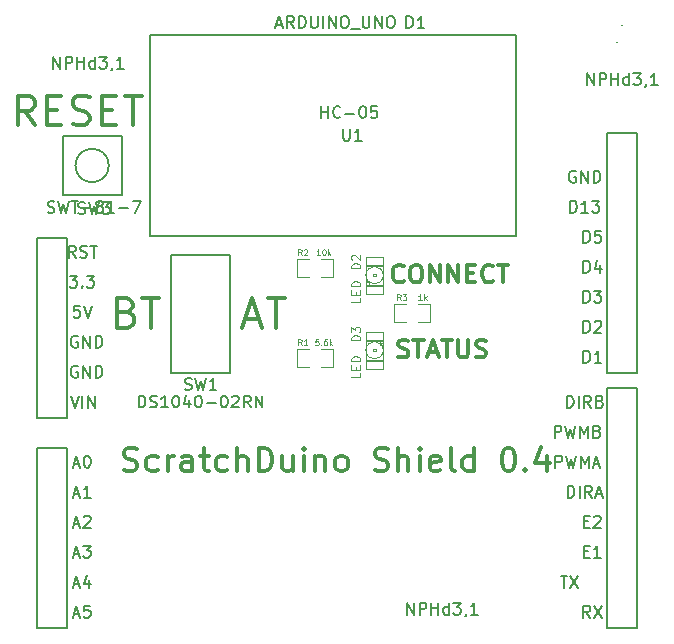
<source format=gbr>
G04 (created by PCBNEW (2013-may-18)-stable) date Вт 27 окт 2015 07:22:52*
%MOIN*%
G04 Gerber Fmt 3.4, Leading zero omitted, Abs format*
%FSLAX34Y34*%
G01*
G70*
G90*
G04 APERTURE LIST*
%ADD10C,0.00590551*%
%ADD11C,0.00787402*%
%ADD12C,0.011811*%
%ADD13C,0.0039*%
%ADD14C,0.0026*%
%ADD15C,0.004*%
%ADD16C,0.0043*%
%ADD17C,0.0035*%
G04 APERTURE END LIST*
G54D10*
G54D11*
X67031Y-31858D02*
X67031Y-31866D01*
X67200Y-31318D02*
X67208Y-31318D01*
G54D12*
X50590Y-46147D02*
X50703Y-46184D01*
X50890Y-46184D01*
X50965Y-46147D01*
X51002Y-46109D01*
X51040Y-46034D01*
X51040Y-45959D01*
X51002Y-45884D01*
X50965Y-45847D01*
X50890Y-45809D01*
X50740Y-45772D01*
X50665Y-45734D01*
X50628Y-45697D01*
X50590Y-45622D01*
X50590Y-45547D01*
X50628Y-45472D01*
X50665Y-45434D01*
X50740Y-45397D01*
X50928Y-45397D01*
X51040Y-45434D01*
X51715Y-46147D02*
X51640Y-46184D01*
X51490Y-46184D01*
X51415Y-46147D01*
X51377Y-46109D01*
X51340Y-46034D01*
X51340Y-45809D01*
X51377Y-45734D01*
X51415Y-45697D01*
X51490Y-45659D01*
X51640Y-45659D01*
X51715Y-45697D01*
X52052Y-46184D02*
X52052Y-45659D01*
X52052Y-45809D02*
X52090Y-45734D01*
X52127Y-45697D01*
X52202Y-45659D01*
X52277Y-45659D01*
X52877Y-46184D02*
X52877Y-45772D01*
X52840Y-45697D01*
X52765Y-45659D01*
X52615Y-45659D01*
X52540Y-45697D01*
X52877Y-46147D02*
X52802Y-46184D01*
X52615Y-46184D01*
X52540Y-46147D01*
X52502Y-46072D01*
X52502Y-45997D01*
X52540Y-45922D01*
X52615Y-45884D01*
X52802Y-45884D01*
X52877Y-45847D01*
X53140Y-45659D02*
X53440Y-45659D01*
X53252Y-45397D02*
X53252Y-46072D01*
X53290Y-46147D01*
X53365Y-46184D01*
X53440Y-46184D01*
X54040Y-46147D02*
X53965Y-46184D01*
X53815Y-46184D01*
X53740Y-46147D01*
X53702Y-46109D01*
X53665Y-46034D01*
X53665Y-45809D01*
X53702Y-45734D01*
X53740Y-45697D01*
X53815Y-45659D01*
X53965Y-45659D01*
X54040Y-45697D01*
X54377Y-46184D02*
X54377Y-45397D01*
X54715Y-46184D02*
X54715Y-45772D01*
X54677Y-45697D01*
X54602Y-45659D01*
X54490Y-45659D01*
X54415Y-45697D01*
X54377Y-45734D01*
X55089Y-46184D02*
X55089Y-45397D01*
X55277Y-45397D01*
X55389Y-45434D01*
X55464Y-45509D01*
X55502Y-45584D01*
X55539Y-45734D01*
X55539Y-45847D01*
X55502Y-45997D01*
X55464Y-46072D01*
X55389Y-46147D01*
X55277Y-46184D01*
X55089Y-46184D01*
X56214Y-45659D02*
X56214Y-46184D01*
X55877Y-45659D02*
X55877Y-46072D01*
X55914Y-46147D01*
X55989Y-46184D01*
X56102Y-46184D01*
X56177Y-46147D01*
X56214Y-46109D01*
X56589Y-46184D02*
X56589Y-45659D01*
X56589Y-45397D02*
X56552Y-45434D01*
X56589Y-45472D01*
X56627Y-45434D01*
X56589Y-45397D01*
X56589Y-45472D01*
X56964Y-45659D02*
X56964Y-46184D01*
X56964Y-45734D02*
X57002Y-45697D01*
X57077Y-45659D01*
X57189Y-45659D01*
X57264Y-45697D01*
X57302Y-45772D01*
X57302Y-46184D01*
X57789Y-46184D02*
X57714Y-46147D01*
X57677Y-46109D01*
X57639Y-46034D01*
X57639Y-45809D01*
X57677Y-45734D01*
X57714Y-45697D01*
X57789Y-45659D01*
X57902Y-45659D01*
X57977Y-45697D01*
X58014Y-45734D01*
X58052Y-45809D01*
X58052Y-46034D01*
X58014Y-46109D01*
X57977Y-46147D01*
X57902Y-46184D01*
X57789Y-46184D01*
X58952Y-46147D02*
X59064Y-46184D01*
X59251Y-46184D01*
X59326Y-46147D01*
X59364Y-46109D01*
X59401Y-46034D01*
X59401Y-45959D01*
X59364Y-45884D01*
X59326Y-45847D01*
X59251Y-45809D01*
X59101Y-45772D01*
X59026Y-45734D01*
X58989Y-45697D01*
X58952Y-45622D01*
X58952Y-45547D01*
X58989Y-45472D01*
X59026Y-45434D01*
X59101Y-45397D01*
X59289Y-45397D01*
X59401Y-45434D01*
X59739Y-46184D02*
X59739Y-45397D01*
X60076Y-46184D02*
X60076Y-45772D01*
X60039Y-45697D01*
X59964Y-45659D01*
X59851Y-45659D01*
X59776Y-45697D01*
X59739Y-45734D01*
X60451Y-46184D02*
X60451Y-45659D01*
X60451Y-45397D02*
X60414Y-45434D01*
X60451Y-45472D01*
X60489Y-45434D01*
X60451Y-45397D01*
X60451Y-45472D01*
X61126Y-46147D02*
X61051Y-46184D01*
X60901Y-46184D01*
X60826Y-46147D01*
X60789Y-46072D01*
X60789Y-45772D01*
X60826Y-45697D01*
X60901Y-45659D01*
X61051Y-45659D01*
X61126Y-45697D01*
X61164Y-45772D01*
X61164Y-45847D01*
X60789Y-45922D01*
X61614Y-46184D02*
X61539Y-46147D01*
X61501Y-46072D01*
X61501Y-45397D01*
X62251Y-46184D02*
X62251Y-45397D01*
X62251Y-46147D02*
X62176Y-46184D01*
X62026Y-46184D01*
X61951Y-46147D01*
X61914Y-46109D01*
X61876Y-46034D01*
X61876Y-45809D01*
X61914Y-45734D01*
X61951Y-45697D01*
X62026Y-45659D01*
X62176Y-45659D01*
X62251Y-45697D01*
X63376Y-45397D02*
X63451Y-45397D01*
X63526Y-45434D01*
X63563Y-45472D01*
X63601Y-45547D01*
X63638Y-45697D01*
X63638Y-45884D01*
X63601Y-46034D01*
X63563Y-46109D01*
X63526Y-46147D01*
X63451Y-46184D01*
X63376Y-46184D01*
X63301Y-46147D01*
X63263Y-46109D01*
X63226Y-46034D01*
X63188Y-45884D01*
X63188Y-45697D01*
X63226Y-45547D01*
X63263Y-45472D01*
X63301Y-45434D01*
X63376Y-45397D01*
X63976Y-46109D02*
X64013Y-46147D01*
X63976Y-46184D01*
X63938Y-46147D01*
X63976Y-46109D01*
X63976Y-46184D01*
X64688Y-45659D02*
X64688Y-46184D01*
X64501Y-45359D02*
X64313Y-45922D01*
X64801Y-45922D01*
X47620Y-34648D02*
X47292Y-34179D01*
X47058Y-34648D02*
X47058Y-33664D01*
X47433Y-33664D01*
X47526Y-33711D01*
X47573Y-33757D01*
X47620Y-33851D01*
X47620Y-33992D01*
X47573Y-34085D01*
X47526Y-34132D01*
X47433Y-34179D01*
X47058Y-34179D01*
X48042Y-34132D02*
X48370Y-34132D01*
X48511Y-34648D02*
X48042Y-34648D01*
X48042Y-33664D01*
X48511Y-33664D01*
X48885Y-34601D02*
X49026Y-34648D01*
X49260Y-34648D01*
X49354Y-34601D01*
X49401Y-34554D01*
X49448Y-34460D01*
X49448Y-34367D01*
X49401Y-34273D01*
X49354Y-34226D01*
X49260Y-34179D01*
X49073Y-34132D01*
X48979Y-34085D01*
X48932Y-34039D01*
X48885Y-33945D01*
X48885Y-33851D01*
X48932Y-33757D01*
X48979Y-33711D01*
X49073Y-33664D01*
X49307Y-33664D01*
X49448Y-33711D01*
X49870Y-34132D02*
X50198Y-34132D01*
X50338Y-34648D02*
X49870Y-34648D01*
X49870Y-33664D01*
X50338Y-33664D01*
X50620Y-33664D02*
X51182Y-33664D01*
X50901Y-34648D02*
X50901Y-33664D01*
X54640Y-41117D02*
X55109Y-41117D01*
X54546Y-41398D02*
X54875Y-40414D01*
X55203Y-41398D01*
X55390Y-40414D02*
X55953Y-40414D01*
X55671Y-41398D02*
X55671Y-40414D01*
X50695Y-40882D02*
X50835Y-40929D01*
X50882Y-40976D01*
X50929Y-41070D01*
X50929Y-41210D01*
X50882Y-41304D01*
X50835Y-41351D01*
X50742Y-41398D01*
X50367Y-41398D01*
X50367Y-40414D01*
X50695Y-40414D01*
X50789Y-40461D01*
X50835Y-40507D01*
X50882Y-40601D01*
X50882Y-40695D01*
X50835Y-40789D01*
X50789Y-40835D01*
X50695Y-40882D01*
X50367Y-40882D01*
X51210Y-40414D02*
X51773Y-40414D01*
X51492Y-41398D02*
X51492Y-40414D01*
X59737Y-42360D02*
X59822Y-42389D01*
X59962Y-42389D01*
X60018Y-42360D01*
X60047Y-42332D01*
X60075Y-42276D01*
X60075Y-42220D01*
X60047Y-42164D01*
X60018Y-42135D01*
X59962Y-42107D01*
X59850Y-42079D01*
X59793Y-42051D01*
X59765Y-42023D01*
X59737Y-41967D01*
X59737Y-41910D01*
X59765Y-41854D01*
X59793Y-41826D01*
X59850Y-41798D01*
X59990Y-41798D01*
X60075Y-41826D01*
X60243Y-41798D02*
X60581Y-41798D01*
X60412Y-42389D02*
X60412Y-41798D01*
X60750Y-42220D02*
X61031Y-42220D01*
X60693Y-42389D02*
X60890Y-41798D01*
X61087Y-42389D01*
X61200Y-41798D02*
X61537Y-41798D01*
X61368Y-42389D02*
X61368Y-41798D01*
X61734Y-41798D02*
X61734Y-42276D01*
X61762Y-42332D01*
X61790Y-42360D01*
X61846Y-42389D01*
X61959Y-42389D01*
X62015Y-42360D01*
X62043Y-42332D01*
X62071Y-42276D01*
X62071Y-41798D01*
X62324Y-42360D02*
X62409Y-42389D01*
X62549Y-42389D01*
X62606Y-42360D01*
X62634Y-42332D01*
X62662Y-42276D01*
X62662Y-42220D01*
X62634Y-42164D01*
X62606Y-42135D01*
X62549Y-42107D01*
X62437Y-42079D01*
X62381Y-42051D01*
X62352Y-42023D01*
X62324Y-41967D01*
X62324Y-41910D01*
X62352Y-41854D01*
X62381Y-41826D01*
X62437Y-41798D01*
X62577Y-41798D01*
X62662Y-41826D01*
X59917Y-39832D02*
X59889Y-39860D01*
X59804Y-39889D01*
X59748Y-39889D01*
X59664Y-39860D01*
X59608Y-39804D01*
X59579Y-39748D01*
X59551Y-39635D01*
X59551Y-39551D01*
X59579Y-39439D01*
X59608Y-39382D01*
X59664Y-39326D01*
X59748Y-39298D01*
X59804Y-39298D01*
X59889Y-39326D01*
X59917Y-39354D01*
X60282Y-39298D02*
X60395Y-39298D01*
X60451Y-39326D01*
X60507Y-39382D01*
X60536Y-39495D01*
X60536Y-39692D01*
X60507Y-39804D01*
X60451Y-39860D01*
X60395Y-39889D01*
X60282Y-39889D01*
X60226Y-39860D01*
X60170Y-39804D01*
X60142Y-39692D01*
X60142Y-39495D01*
X60170Y-39382D01*
X60226Y-39326D01*
X60282Y-39298D01*
X60789Y-39889D02*
X60789Y-39298D01*
X61126Y-39889D01*
X61126Y-39298D01*
X61407Y-39889D02*
X61407Y-39298D01*
X61745Y-39889D01*
X61745Y-39298D01*
X62026Y-39579D02*
X62223Y-39579D01*
X62307Y-39889D02*
X62026Y-39889D01*
X62026Y-39298D01*
X62307Y-39298D01*
X62898Y-39832D02*
X62870Y-39860D01*
X62785Y-39889D01*
X62729Y-39889D01*
X62645Y-39860D01*
X62588Y-39804D01*
X62560Y-39748D01*
X62532Y-39635D01*
X62532Y-39551D01*
X62560Y-39439D01*
X62588Y-39382D01*
X62645Y-39326D01*
X62729Y-39298D01*
X62785Y-39298D01*
X62870Y-39326D01*
X62898Y-39354D01*
X63066Y-39298D02*
X63404Y-39298D01*
X63235Y-39889D02*
X63235Y-39298D01*
G54D10*
X51450Y-31650D02*
X51450Y-38342D01*
X51450Y-38342D02*
X63654Y-38342D01*
X63654Y-31650D02*
X63654Y-38342D01*
X63654Y-31650D02*
X51450Y-31650D01*
G54D13*
X56750Y-42700D02*
X56350Y-42700D01*
X56350Y-42700D02*
X56350Y-42100D01*
X56350Y-42100D02*
X56750Y-42100D01*
X57150Y-42100D02*
X57550Y-42100D01*
X57550Y-42100D02*
X57550Y-42700D01*
X57550Y-42700D02*
X57150Y-42700D01*
X56750Y-39700D02*
X56350Y-39700D01*
X56350Y-39700D02*
X56350Y-39100D01*
X56350Y-39100D02*
X56750Y-39100D01*
X57150Y-39100D02*
X57550Y-39100D01*
X57550Y-39100D02*
X57550Y-39700D01*
X57550Y-39700D02*
X57150Y-39700D01*
X60000Y-41200D02*
X59600Y-41200D01*
X59600Y-41200D02*
X59600Y-40600D01*
X59600Y-40600D02*
X60000Y-40600D01*
X60400Y-40600D02*
X60800Y-40600D01*
X60800Y-40600D02*
X60800Y-41200D01*
X60800Y-41200D02*
X60400Y-41200D01*
G54D14*
X58911Y-39611D02*
X58911Y-39689D01*
X58911Y-39689D02*
X58989Y-39689D01*
X58989Y-39611D02*
X58989Y-39689D01*
X58911Y-39611D02*
X58989Y-39611D01*
X58675Y-39827D02*
X58675Y-39964D01*
X58675Y-39964D02*
X58773Y-39964D01*
X58773Y-39827D02*
X58773Y-39964D01*
X58675Y-39827D02*
X58773Y-39827D01*
X58675Y-39964D02*
X58675Y-40004D01*
X58675Y-40004D02*
X59146Y-40004D01*
X59146Y-39964D02*
X59146Y-40004D01*
X58675Y-39964D02*
X59146Y-39964D01*
X59166Y-39964D02*
X59166Y-40004D01*
X59166Y-40004D02*
X59225Y-40004D01*
X59225Y-39964D02*
X59225Y-40004D01*
X59166Y-39964D02*
X59225Y-39964D01*
X58675Y-39296D02*
X58675Y-39336D01*
X58675Y-39336D02*
X59146Y-39336D01*
X59146Y-39296D02*
X59146Y-39336D01*
X58675Y-39296D02*
X59146Y-39296D01*
X59166Y-39296D02*
X59166Y-39336D01*
X59166Y-39336D02*
X59225Y-39336D01*
X59225Y-39296D02*
X59225Y-39336D01*
X59166Y-39296D02*
X59225Y-39296D01*
X58675Y-39827D02*
X58675Y-39886D01*
X58675Y-39886D02*
X58773Y-39886D01*
X58773Y-39827D02*
X58773Y-39886D01*
X58675Y-39827D02*
X58773Y-39827D01*
G54D15*
X58655Y-40260D02*
X58655Y-39040D01*
X58655Y-39040D02*
X59245Y-39040D01*
X59245Y-39040D02*
X59245Y-40260D01*
X59245Y-40260D02*
X58655Y-40260D01*
X58753Y-39434D02*
G75*
G03X58754Y-39866I196J-215D01*
G74*
G01*
X59146Y-39434D02*
G75*
G03X58754Y-39433I-196J-215D01*
G74*
G01*
X59146Y-39865D02*
G75*
G03X59145Y-39433I-196J215D01*
G74*
G01*
X58753Y-39865D02*
G75*
G03X59145Y-39866I196J215D01*
G74*
G01*
G54D14*
X58989Y-42189D02*
X58989Y-42111D01*
X58989Y-42111D02*
X58911Y-42111D01*
X58911Y-42189D02*
X58911Y-42111D01*
X58989Y-42189D02*
X58911Y-42189D01*
X59225Y-41973D02*
X59225Y-41836D01*
X59225Y-41836D02*
X59127Y-41836D01*
X59127Y-41973D02*
X59127Y-41836D01*
X59225Y-41973D02*
X59127Y-41973D01*
X59225Y-41836D02*
X59225Y-41796D01*
X59225Y-41796D02*
X58754Y-41796D01*
X58754Y-41836D02*
X58754Y-41796D01*
X59225Y-41836D02*
X58754Y-41836D01*
X58734Y-41836D02*
X58734Y-41796D01*
X58734Y-41796D02*
X58675Y-41796D01*
X58675Y-41836D02*
X58675Y-41796D01*
X58734Y-41836D02*
X58675Y-41836D01*
X59225Y-42504D02*
X59225Y-42464D01*
X59225Y-42464D02*
X58754Y-42464D01*
X58754Y-42504D02*
X58754Y-42464D01*
X59225Y-42504D02*
X58754Y-42504D01*
X58734Y-42504D02*
X58734Y-42464D01*
X58734Y-42464D02*
X58675Y-42464D01*
X58675Y-42504D02*
X58675Y-42464D01*
X58734Y-42504D02*
X58675Y-42504D01*
X59225Y-41973D02*
X59225Y-41914D01*
X59225Y-41914D02*
X59127Y-41914D01*
X59127Y-41973D02*
X59127Y-41914D01*
X59225Y-41973D02*
X59127Y-41973D01*
G54D15*
X59245Y-41540D02*
X59245Y-42760D01*
X59245Y-42760D02*
X58655Y-42760D01*
X58655Y-42760D02*
X58655Y-41540D01*
X58655Y-41540D02*
X59245Y-41540D01*
X59146Y-42365D02*
G75*
G03X59145Y-41933I-196J215D01*
G74*
G01*
X58753Y-42365D02*
G75*
G03X59145Y-42366I196J215D01*
G74*
G01*
X58753Y-41934D02*
G75*
G03X58754Y-42366I196J-215D01*
G74*
G01*
X59146Y-41934D02*
G75*
G03X58754Y-41933I-196J-215D01*
G74*
G01*
G54D10*
X66700Y-42900D02*
X67700Y-42900D01*
X67700Y-42900D02*
X67700Y-34900D01*
X67700Y-34900D02*
X66700Y-34900D01*
X66700Y-34900D02*
X66700Y-42900D01*
X66700Y-51400D02*
X67700Y-51400D01*
X67700Y-51400D02*
X67700Y-43400D01*
X67700Y-43400D02*
X66700Y-43400D01*
X66700Y-43400D02*
X66700Y-51400D01*
X47700Y-44400D02*
X48700Y-44400D01*
X48700Y-44400D02*
X48700Y-38400D01*
X48700Y-38400D02*
X47700Y-38400D01*
X47700Y-38400D02*
X47700Y-44400D01*
X47700Y-51400D02*
X48700Y-51400D01*
X48700Y-51400D02*
X48700Y-45400D01*
X48700Y-45400D02*
X47700Y-45400D01*
X47700Y-45400D02*
X47700Y-51400D01*
X52165Y-38976D02*
X54133Y-38976D01*
X54133Y-38976D02*
X54133Y-42913D01*
X54133Y-42913D02*
X52165Y-42913D01*
X52165Y-42913D02*
X52165Y-38976D01*
X50089Y-35990D02*
G75*
G03X50089Y-35990I-556J0D01*
G74*
G01*
X48548Y-36974D02*
X50516Y-36974D01*
X50516Y-36974D02*
X50516Y-35006D01*
X50516Y-35006D02*
X48548Y-35006D01*
X48548Y-35006D02*
X48548Y-36974D01*
X57900Y-34765D02*
X57900Y-35084D01*
X57918Y-35121D01*
X57937Y-35140D01*
X57975Y-35159D01*
X58050Y-35159D01*
X58087Y-35140D01*
X58106Y-35121D01*
X58125Y-35084D01*
X58125Y-34765D01*
X58518Y-35159D02*
X58293Y-35159D01*
X58406Y-35159D02*
X58406Y-34765D01*
X58368Y-34821D01*
X58331Y-34859D01*
X58293Y-34878D01*
X57171Y-34409D02*
X57171Y-34015D01*
X57171Y-34203D02*
X57396Y-34203D01*
X57396Y-34409D02*
X57396Y-34015D01*
X57809Y-34371D02*
X57790Y-34390D01*
X57734Y-34409D01*
X57696Y-34409D01*
X57640Y-34390D01*
X57603Y-34353D01*
X57584Y-34315D01*
X57565Y-34240D01*
X57565Y-34184D01*
X57584Y-34109D01*
X57603Y-34071D01*
X57640Y-34034D01*
X57696Y-34015D01*
X57734Y-34015D01*
X57790Y-34034D01*
X57809Y-34053D01*
X57978Y-34259D02*
X58278Y-34259D01*
X58540Y-34015D02*
X58578Y-34015D01*
X58615Y-34034D01*
X58634Y-34053D01*
X58653Y-34090D01*
X58671Y-34165D01*
X58671Y-34259D01*
X58653Y-34334D01*
X58634Y-34371D01*
X58615Y-34390D01*
X58578Y-34409D01*
X58540Y-34409D01*
X58503Y-34390D01*
X58484Y-34371D01*
X58465Y-34334D01*
X58446Y-34259D01*
X58446Y-34165D01*
X58465Y-34090D01*
X58484Y-34053D01*
X58503Y-34034D01*
X58540Y-34015D01*
X59028Y-34015D02*
X58840Y-34015D01*
X58821Y-34203D01*
X58840Y-34184D01*
X58878Y-34165D01*
X58971Y-34165D01*
X59009Y-34184D01*
X59028Y-34203D01*
X59046Y-34240D01*
X59046Y-34334D01*
X59028Y-34371D01*
X59009Y-34390D01*
X58971Y-34409D01*
X58878Y-34409D01*
X58840Y-34390D01*
X58821Y-34371D01*
X60038Y-50960D02*
X60038Y-50567D01*
X60263Y-50960D01*
X60263Y-50567D01*
X60450Y-50960D02*
X60450Y-50567D01*
X60600Y-50567D01*
X60638Y-50585D01*
X60657Y-50604D01*
X60675Y-50642D01*
X60675Y-50698D01*
X60657Y-50735D01*
X60638Y-50754D01*
X60600Y-50773D01*
X60450Y-50773D01*
X60844Y-50960D02*
X60844Y-50567D01*
X60844Y-50754D02*
X61069Y-50754D01*
X61069Y-50960D02*
X61069Y-50567D01*
X61425Y-50960D02*
X61425Y-50567D01*
X61425Y-50942D02*
X61388Y-50960D01*
X61313Y-50960D01*
X61275Y-50942D01*
X61257Y-50923D01*
X61238Y-50885D01*
X61238Y-50773D01*
X61257Y-50735D01*
X61275Y-50717D01*
X61313Y-50698D01*
X61388Y-50698D01*
X61425Y-50717D01*
X61575Y-50567D02*
X61819Y-50567D01*
X61688Y-50717D01*
X61744Y-50717D01*
X61781Y-50735D01*
X61800Y-50754D01*
X61819Y-50792D01*
X61819Y-50885D01*
X61800Y-50923D01*
X61781Y-50942D01*
X61744Y-50960D01*
X61631Y-50960D01*
X61594Y-50942D01*
X61575Y-50923D01*
X62006Y-50942D02*
X62006Y-50960D01*
X61988Y-50998D01*
X61969Y-51017D01*
X62381Y-50960D02*
X62156Y-50960D01*
X62269Y-50960D02*
X62269Y-50567D01*
X62231Y-50623D01*
X62194Y-50660D01*
X62156Y-50679D01*
G54D16*
X56517Y-41979D02*
X56451Y-41885D01*
X56404Y-41979D02*
X56404Y-41782D01*
X56479Y-41782D01*
X56498Y-41792D01*
X56507Y-41801D01*
X56517Y-41820D01*
X56517Y-41848D01*
X56507Y-41867D01*
X56498Y-41876D01*
X56479Y-41885D01*
X56404Y-41885D01*
X56704Y-41979D02*
X56592Y-41979D01*
X56648Y-41979D02*
X56648Y-41782D01*
X56629Y-41810D01*
X56610Y-41829D01*
X56592Y-41839D01*
X57076Y-41782D02*
X56982Y-41782D01*
X56973Y-41876D01*
X56982Y-41867D01*
X57001Y-41857D01*
X57048Y-41857D01*
X57067Y-41867D01*
X57076Y-41876D01*
X57085Y-41895D01*
X57085Y-41942D01*
X57076Y-41960D01*
X57067Y-41970D01*
X57048Y-41979D01*
X57001Y-41979D01*
X56982Y-41970D01*
X56973Y-41960D01*
X57170Y-41960D02*
X57179Y-41970D01*
X57170Y-41979D01*
X57160Y-41970D01*
X57170Y-41960D01*
X57170Y-41979D01*
X57348Y-41782D02*
X57310Y-41782D01*
X57292Y-41792D01*
X57282Y-41801D01*
X57264Y-41829D01*
X57254Y-41867D01*
X57254Y-41942D01*
X57264Y-41960D01*
X57273Y-41970D01*
X57292Y-41979D01*
X57329Y-41979D01*
X57348Y-41970D01*
X57357Y-41960D01*
X57367Y-41942D01*
X57367Y-41895D01*
X57357Y-41876D01*
X57348Y-41867D01*
X57329Y-41857D01*
X57292Y-41857D01*
X57273Y-41867D01*
X57264Y-41876D01*
X57254Y-41895D01*
X57451Y-41979D02*
X57451Y-41782D01*
X57470Y-41904D02*
X57526Y-41979D01*
X57526Y-41848D02*
X57451Y-41923D01*
X56517Y-38979D02*
X56451Y-38885D01*
X56404Y-38979D02*
X56404Y-38782D01*
X56479Y-38782D01*
X56498Y-38792D01*
X56507Y-38801D01*
X56517Y-38820D01*
X56517Y-38848D01*
X56507Y-38867D01*
X56498Y-38876D01*
X56479Y-38885D01*
X56404Y-38885D01*
X56592Y-38801D02*
X56601Y-38792D01*
X56620Y-38782D01*
X56667Y-38782D01*
X56686Y-38792D01*
X56695Y-38801D01*
X56704Y-38820D01*
X56704Y-38839D01*
X56695Y-38867D01*
X56582Y-38979D01*
X56704Y-38979D01*
X57132Y-38979D02*
X57020Y-38979D01*
X57076Y-38979D02*
X57076Y-38782D01*
X57057Y-38810D01*
X57038Y-38829D01*
X57020Y-38839D01*
X57254Y-38782D02*
X57273Y-38782D01*
X57292Y-38792D01*
X57301Y-38801D01*
X57310Y-38820D01*
X57320Y-38857D01*
X57320Y-38904D01*
X57310Y-38942D01*
X57301Y-38960D01*
X57292Y-38970D01*
X57273Y-38979D01*
X57254Y-38979D01*
X57235Y-38970D01*
X57226Y-38960D01*
X57217Y-38942D01*
X57207Y-38904D01*
X57207Y-38857D01*
X57217Y-38820D01*
X57226Y-38801D01*
X57235Y-38792D01*
X57254Y-38782D01*
X57404Y-38979D02*
X57404Y-38782D01*
X57423Y-38904D02*
X57479Y-38979D01*
X57479Y-38848D02*
X57404Y-38923D01*
X59817Y-40479D02*
X59751Y-40385D01*
X59704Y-40479D02*
X59704Y-40282D01*
X59779Y-40282D01*
X59798Y-40292D01*
X59807Y-40301D01*
X59817Y-40320D01*
X59817Y-40348D01*
X59807Y-40367D01*
X59798Y-40376D01*
X59779Y-40385D01*
X59704Y-40385D01*
X59882Y-40282D02*
X60004Y-40282D01*
X59939Y-40357D01*
X59967Y-40357D01*
X59986Y-40367D01*
X59995Y-40376D01*
X60004Y-40395D01*
X60004Y-40442D01*
X59995Y-40460D01*
X59986Y-40470D01*
X59967Y-40479D01*
X59910Y-40479D01*
X59892Y-40470D01*
X59882Y-40460D01*
X60526Y-40479D02*
X60413Y-40479D01*
X60470Y-40479D02*
X60470Y-40282D01*
X60451Y-40310D01*
X60432Y-40329D01*
X60413Y-40339D01*
X60610Y-40479D02*
X60610Y-40282D01*
X60629Y-40404D02*
X60686Y-40479D01*
X60686Y-40348D02*
X60610Y-40423D01*
G54D17*
X58471Y-39421D02*
X58171Y-39421D01*
X58171Y-39350D01*
X58185Y-39307D01*
X58214Y-39278D01*
X58242Y-39264D01*
X58300Y-39250D01*
X58342Y-39250D01*
X58400Y-39264D01*
X58428Y-39278D01*
X58457Y-39307D01*
X58471Y-39350D01*
X58471Y-39421D01*
X58200Y-39135D02*
X58185Y-39121D01*
X58171Y-39092D01*
X58171Y-39021D01*
X58185Y-38992D01*
X58200Y-38978D01*
X58228Y-38964D01*
X58257Y-38964D01*
X58300Y-38978D01*
X58471Y-39150D01*
X58471Y-38964D01*
X58471Y-40392D02*
X58471Y-40535D01*
X58171Y-40535D01*
X58314Y-40292D02*
X58314Y-40192D01*
X58471Y-40150D02*
X58471Y-40292D01*
X58171Y-40292D01*
X58171Y-40150D01*
X58471Y-40021D02*
X58171Y-40021D01*
X58171Y-39950D01*
X58185Y-39907D01*
X58214Y-39878D01*
X58242Y-39864D01*
X58300Y-39850D01*
X58342Y-39850D01*
X58400Y-39864D01*
X58428Y-39878D01*
X58457Y-39907D01*
X58471Y-39950D01*
X58471Y-40021D01*
X58471Y-41821D02*
X58171Y-41821D01*
X58171Y-41750D01*
X58185Y-41707D01*
X58214Y-41678D01*
X58242Y-41664D01*
X58300Y-41650D01*
X58342Y-41650D01*
X58400Y-41664D01*
X58428Y-41678D01*
X58457Y-41707D01*
X58471Y-41750D01*
X58471Y-41821D01*
X58171Y-41550D02*
X58171Y-41364D01*
X58285Y-41464D01*
X58285Y-41421D01*
X58300Y-41392D01*
X58314Y-41378D01*
X58342Y-41364D01*
X58414Y-41364D01*
X58442Y-41378D01*
X58457Y-41392D01*
X58471Y-41421D01*
X58471Y-41507D01*
X58457Y-41535D01*
X58442Y-41550D01*
X58471Y-42892D02*
X58471Y-43035D01*
X58171Y-43035D01*
X58314Y-42792D02*
X58314Y-42692D01*
X58471Y-42650D02*
X58471Y-42792D01*
X58171Y-42792D01*
X58171Y-42650D01*
X58471Y-42521D02*
X58171Y-42521D01*
X58171Y-42450D01*
X58185Y-42407D01*
X58214Y-42378D01*
X58242Y-42364D01*
X58300Y-42350D01*
X58342Y-42350D01*
X58400Y-42364D01*
X58428Y-42378D01*
X58457Y-42407D01*
X58471Y-42450D01*
X58471Y-42521D01*
G54D10*
X60009Y-31409D02*
X60009Y-31015D01*
X60103Y-31015D01*
X60159Y-31034D01*
X60196Y-31071D01*
X60215Y-31109D01*
X60234Y-31184D01*
X60234Y-31240D01*
X60215Y-31315D01*
X60196Y-31353D01*
X60159Y-31390D01*
X60103Y-31409D01*
X60009Y-31409D01*
X60609Y-31409D02*
X60384Y-31409D01*
X60496Y-31409D02*
X60496Y-31015D01*
X60459Y-31071D01*
X60421Y-31109D01*
X60384Y-31128D01*
X55681Y-31296D02*
X55868Y-31296D01*
X55644Y-31409D02*
X55775Y-31015D01*
X55906Y-31409D01*
X56262Y-31409D02*
X56131Y-31221D01*
X56037Y-31409D02*
X56037Y-31015D01*
X56187Y-31015D01*
X56225Y-31034D01*
X56243Y-31053D01*
X56262Y-31090D01*
X56262Y-31146D01*
X56243Y-31184D01*
X56225Y-31203D01*
X56187Y-31221D01*
X56037Y-31221D01*
X56431Y-31409D02*
X56431Y-31015D01*
X56525Y-31015D01*
X56581Y-31034D01*
X56618Y-31071D01*
X56637Y-31109D01*
X56656Y-31184D01*
X56656Y-31240D01*
X56637Y-31315D01*
X56618Y-31353D01*
X56581Y-31390D01*
X56525Y-31409D01*
X56431Y-31409D01*
X56825Y-31015D02*
X56825Y-31334D01*
X56843Y-31371D01*
X56862Y-31390D01*
X56900Y-31409D01*
X56975Y-31409D01*
X57012Y-31390D01*
X57031Y-31371D01*
X57050Y-31334D01*
X57050Y-31015D01*
X57237Y-31409D02*
X57237Y-31015D01*
X57425Y-31409D02*
X57425Y-31015D01*
X57650Y-31409D01*
X57650Y-31015D01*
X57912Y-31015D02*
X57987Y-31015D01*
X58024Y-31034D01*
X58062Y-31071D01*
X58081Y-31146D01*
X58081Y-31278D01*
X58062Y-31353D01*
X58024Y-31390D01*
X57987Y-31409D01*
X57912Y-31409D01*
X57874Y-31390D01*
X57837Y-31353D01*
X57818Y-31278D01*
X57818Y-31146D01*
X57837Y-31071D01*
X57874Y-31034D01*
X57912Y-31015D01*
X58156Y-31446D02*
X58456Y-31446D01*
X58549Y-31015D02*
X58549Y-31334D01*
X58568Y-31371D01*
X58587Y-31390D01*
X58624Y-31409D01*
X58699Y-31409D01*
X58737Y-31390D01*
X58756Y-31371D01*
X58774Y-31334D01*
X58774Y-31015D01*
X58962Y-31409D02*
X58962Y-31015D01*
X59187Y-31409D01*
X59187Y-31015D01*
X59449Y-31015D02*
X59524Y-31015D01*
X59562Y-31034D01*
X59599Y-31071D01*
X59618Y-31146D01*
X59618Y-31278D01*
X59599Y-31353D01*
X59562Y-31390D01*
X59524Y-31409D01*
X59449Y-31409D01*
X59412Y-31390D01*
X59374Y-31353D01*
X59356Y-31278D01*
X59356Y-31146D01*
X59374Y-31071D01*
X59412Y-31034D01*
X59449Y-31015D01*
X65650Y-36184D02*
X65612Y-36165D01*
X65556Y-36165D01*
X65500Y-36184D01*
X65462Y-36221D01*
X65443Y-36259D01*
X65425Y-36334D01*
X65425Y-36390D01*
X65443Y-36465D01*
X65462Y-36503D01*
X65500Y-36540D01*
X65556Y-36559D01*
X65593Y-36559D01*
X65650Y-36540D01*
X65668Y-36521D01*
X65668Y-36390D01*
X65593Y-36390D01*
X65837Y-36559D02*
X65837Y-36165D01*
X66062Y-36559D01*
X66062Y-36165D01*
X66249Y-36559D02*
X66249Y-36165D01*
X66343Y-36165D01*
X66399Y-36184D01*
X66437Y-36221D01*
X66456Y-36259D01*
X66474Y-36334D01*
X66474Y-36390D01*
X66456Y-36465D01*
X66437Y-36503D01*
X66399Y-36540D01*
X66343Y-36559D01*
X66249Y-36559D01*
X65471Y-37559D02*
X65471Y-37165D01*
X65565Y-37165D01*
X65621Y-37184D01*
X65659Y-37221D01*
X65678Y-37259D01*
X65696Y-37334D01*
X65696Y-37390D01*
X65678Y-37465D01*
X65659Y-37503D01*
X65621Y-37540D01*
X65565Y-37559D01*
X65471Y-37559D01*
X66071Y-37559D02*
X65846Y-37559D01*
X65959Y-37559D02*
X65959Y-37165D01*
X65921Y-37221D01*
X65884Y-37259D01*
X65846Y-37278D01*
X66203Y-37165D02*
X66446Y-37165D01*
X66315Y-37315D01*
X66371Y-37315D01*
X66409Y-37334D01*
X66428Y-37353D01*
X66446Y-37390D01*
X66446Y-37484D01*
X66428Y-37521D01*
X66409Y-37540D01*
X66371Y-37559D01*
X66259Y-37559D01*
X66221Y-37540D01*
X66203Y-37521D01*
X65909Y-38559D02*
X65909Y-38165D01*
X66003Y-38165D01*
X66059Y-38184D01*
X66096Y-38221D01*
X66115Y-38259D01*
X66134Y-38334D01*
X66134Y-38390D01*
X66115Y-38465D01*
X66096Y-38503D01*
X66059Y-38540D01*
X66003Y-38559D01*
X65909Y-38559D01*
X66490Y-38165D02*
X66303Y-38165D01*
X66284Y-38353D01*
X66303Y-38334D01*
X66340Y-38315D01*
X66434Y-38315D01*
X66471Y-38334D01*
X66490Y-38353D01*
X66509Y-38390D01*
X66509Y-38484D01*
X66490Y-38521D01*
X66471Y-38540D01*
X66434Y-38559D01*
X66340Y-38559D01*
X66303Y-38540D01*
X66284Y-38521D01*
X65909Y-39559D02*
X65909Y-39165D01*
X66003Y-39165D01*
X66059Y-39184D01*
X66096Y-39221D01*
X66115Y-39259D01*
X66134Y-39334D01*
X66134Y-39390D01*
X66115Y-39465D01*
X66096Y-39503D01*
X66059Y-39540D01*
X66003Y-39559D01*
X65909Y-39559D01*
X66471Y-39296D02*
X66471Y-39559D01*
X66378Y-39146D02*
X66284Y-39428D01*
X66528Y-39428D01*
X65909Y-40559D02*
X65909Y-40165D01*
X66003Y-40165D01*
X66059Y-40184D01*
X66096Y-40221D01*
X66115Y-40259D01*
X66134Y-40334D01*
X66134Y-40390D01*
X66115Y-40465D01*
X66096Y-40503D01*
X66059Y-40540D01*
X66003Y-40559D01*
X65909Y-40559D01*
X66265Y-40165D02*
X66509Y-40165D01*
X66378Y-40315D01*
X66434Y-40315D01*
X66471Y-40334D01*
X66490Y-40353D01*
X66509Y-40390D01*
X66509Y-40484D01*
X66490Y-40521D01*
X66471Y-40540D01*
X66434Y-40559D01*
X66321Y-40559D01*
X66284Y-40540D01*
X66265Y-40521D01*
X65909Y-41559D02*
X65909Y-41165D01*
X66003Y-41165D01*
X66059Y-41184D01*
X66096Y-41221D01*
X66115Y-41259D01*
X66134Y-41334D01*
X66134Y-41390D01*
X66115Y-41465D01*
X66096Y-41503D01*
X66059Y-41540D01*
X66003Y-41559D01*
X65909Y-41559D01*
X66284Y-41203D02*
X66303Y-41184D01*
X66340Y-41165D01*
X66434Y-41165D01*
X66471Y-41184D01*
X66490Y-41203D01*
X66509Y-41240D01*
X66509Y-41278D01*
X66490Y-41334D01*
X66265Y-41559D01*
X66509Y-41559D01*
X65909Y-42559D02*
X65909Y-42165D01*
X66003Y-42165D01*
X66059Y-42184D01*
X66096Y-42221D01*
X66115Y-42259D01*
X66134Y-42334D01*
X66134Y-42390D01*
X66115Y-42465D01*
X66096Y-42503D01*
X66059Y-42540D01*
X66003Y-42559D01*
X65909Y-42559D01*
X66509Y-42559D02*
X66284Y-42559D01*
X66396Y-42559D02*
X66396Y-42165D01*
X66359Y-42221D01*
X66321Y-42259D01*
X66284Y-42278D01*
X65928Y-47853D02*
X66059Y-47853D01*
X66115Y-48059D02*
X65928Y-48059D01*
X65928Y-47665D01*
X66115Y-47665D01*
X66265Y-47703D02*
X66284Y-47684D01*
X66321Y-47665D01*
X66415Y-47665D01*
X66453Y-47684D01*
X66471Y-47703D01*
X66490Y-47740D01*
X66490Y-47778D01*
X66471Y-47834D01*
X66246Y-48059D01*
X66490Y-48059D01*
X65928Y-48853D02*
X66059Y-48853D01*
X66115Y-49059D02*
X65928Y-49059D01*
X65928Y-48665D01*
X66115Y-48665D01*
X66490Y-49059D02*
X66265Y-49059D01*
X66378Y-49059D02*
X66378Y-48665D01*
X66340Y-48721D01*
X66303Y-48759D01*
X66265Y-48778D01*
X65359Y-44059D02*
X65359Y-43665D01*
X65453Y-43665D01*
X65509Y-43684D01*
X65546Y-43721D01*
X65565Y-43759D01*
X65584Y-43834D01*
X65584Y-43890D01*
X65565Y-43965D01*
X65546Y-44003D01*
X65509Y-44040D01*
X65453Y-44059D01*
X65359Y-44059D01*
X65753Y-44059D02*
X65753Y-43665D01*
X66165Y-44059D02*
X66034Y-43871D01*
X65940Y-44059D02*
X65940Y-43665D01*
X66090Y-43665D01*
X66128Y-43684D01*
X66146Y-43703D01*
X66165Y-43740D01*
X66165Y-43796D01*
X66146Y-43834D01*
X66128Y-43853D01*
X66090Y-43871D01*
X65940Y-43871D01*
X66465Y-43853D02*
X66521Y-43871D01*
X66540Y-43890D01*
X66559Y-43928D01*
X66559Y-43984D01*
X66540Y-44021D01*
X66521Y-44040D01*
X66484Y-44059D01*
X66334Y-44059D01*
X66334Y-43665D01*
X66465Y-43665D01*
X66503Y-43684D01*
X66521Y-43703D01*
X66540Y-43740D01*
X66540Y-43778D01*
X66521Y-43815D01*
X66503Y-43834D01*
X66465Y-43853D01*
X66334Y-43853D01*
X64950Y-45059D02*
X64950Y-44665D01*
X65100Y-44665D01*
X65137Y-44684D01*
X65156Y-44703D01*
X65175Y-44740D01*
X65175Y-44796D01*
X65156Y-44834D01*
X65137Y-44853D01*
X65100Y-44871D01*
X64950Y-44871D01*
X65306Y-44665D02*
X65400Y-45059D01*
X65475Y-44778D01*
X65550Y-45059D01*
X65643Y-44665D01*
X65793Y-45059D02*
X65793Y-44665D01*
X65924Y-44946D01*
X66056Y-44665D01*
X66056Y-45059D01*
X66374Y-44853D02*
X66431Y-44871D01*
X66449Y-44890D01*
X66468Y-44928D01*
X66468Y-44984D01*
X66449Y-45021D01*
X66431Y-45040D01*
X66393Y-45059D01*
X66243Y-45059D01*
X66243Y-44665D01*
X66374Y-44665D01*
X66412Y-44684D01*
X66431Y-44703D01*
X66449Y-44740D01*
X66449Y-44778D01*
X66431Y-44815D01*
X66412Y-44834D01*
X66374Y-44853D01*
X66243Y-44853D01*
X64978Y-46059D02*
X64978Y-45665D01*
X65128Y-45665D01*
X65165Y-45684D01*
X65184Y-45703D01*
X65203Y-45740D01*
X65203Y-45796D01*
X65184Y-45834D01*
X65165Y-45853D01*
X65128Y-45871D01*
X64978Y-45871D01*
X65334Y-45665D02*
X65428Y-46059D01*
X65503Y-45778D01*
X65578Y-46059D01*
X65671Y-45665D01*
X65821Y-46059D02*
X65821Y-45665D01*
X65953Y-45946D01*
X66084Y-45665D01*
X66084Y-46059D01*
X66253Y-45946D02*
X66440Y-45946D01*
X66215Y-46059D02*
X66346Y-45665D01*
X66478Y-46059D01*
X65387Y-47059D02*
X65387Y-46665D01*
X65481Y-46665D01*
X65537Y-46684D01*
X65575Y-46721D01*
X65593Y-46759D01*
X65612Y-46834D01*
X65612Y-46890D01*
X65593Y-46965D01*
X65575Y-47003D01*
X65537Y-47040D01*
X65481Y-47059D01*
X65387Y-47059D01*
X65781Y-47059D02*
X65781Y-46665D01*
X66193Y-47059D02*
X66062Y-46871D01*
X65968Y-47059D02*
X65968Y-46665D01*
X66118Y-46665D01*
X66156Y-46684D01*
X66174Y-46703D01*
X66193Y-46740D01*
X66193Y-46796D01*
X66174Y-46834D01*
X66156Y-46853D01*
X66118Y-46871D01*
X65968Y-46871D01*
X66343Y-46946D02*
X66531Y-46946D01*
X66306Y-47059D02*
X66437Y-46665D01*
X66568Y-47059D01*
X65150Y-49665D02*
X65375Y-49665D01*
X65262Y-50059D02*
X65262Y-49665D01*
X65468Y-49665D02*
X65731Y-50059D01*
X65731Y-49665D02*
X65468Y-50059D01*
X66134Y-51059D02*
X66003Y-50871D01*
X65909Y-51059D02*
X65909Y-50665D01*
X66059Y-50665D01*
X66096Y-50684D01*
X66115Y-50703D01*
X66134Y-50740D01*
X66134Y-50796D01*
X66115Y-50834D01*
X66096Y-50853D01*
X66059Y-50871D01*
X65909Y-50871D01*
X66265Y-50665D02*
X66528Y-51059D01*
X66528Y-50665D02*
X66265Y-51059D01*
X48984Y-39059D02*
X48853Y-38871D01*
X48759Y-39059D02*
X48759Y-38665D01*
X48909Y-38665D01*
X48946Y-38684D01*
X48965Y-38703D01*
X48984Y-38740D01*
X48984Y-38796D01*
X48965Y-38834D01*
X48946Y-38853D01*
X48909Y-38871D01*
X48759Y-38871D01*
X49134Y-39040D02*
X49190Y-39059D01*
X49284Y-39059D01*
X49321Y-39040D01*
X49340Y-39021D01*
X49359Y-38984D01*
X49359Y-38946D01*
X49340Y-38909D01*
X49321Y-38890D01*
X49284Y-38871D01*
X49209Y-38853D01*
X49171Y-38834D01*
X49153Y-38815D01*
X49134Y-38778D01*
X49134Y-38740D01*
X49153Y-38703D01*
X49171Y-38684D01*
X49209Y-38665D01*
X49303Y-38665D01*
X49359Y-38684D01*
X49471Y-38665D02*
X49696Y-38665D01*
X49584Y-39059D02*
X49584Y-38665D01*
X48787Y-39665D02*
X49031Y-39665D01*
X48900Y-39815D01*
X48956Y-39815D01*
X48993Y-39834D01*
X49012Y-39853D01*
X49031Y-39890D01*
X49031Y-39984D01*
X49012Y-40021D01*
X48993Y-40040D01*
X48956Y-40059D01*
X48843Y-40059D01*
X48806Y-40040D01*
X48787Y-40021D01*
X49200Y-40021D02*
X49218Y-40040D01*
X49200Y-40059D01*
X49181Y-40040D01*
X49200Y-40021D01*
X49200Y-40059D01*
X49349Y-39665D02*
X49593Y-39665D01*
X49462Y-39815D01*
X49518Y-39815D01*
X49556Y-39834D01*
X49574Y-39853D01*
X49593Y-39890D01*
X49593Y-39984D01*
X49574Y-40021D01*
X49556Y-40040D01*
X49518Y-40059D01*
X49406Y-40059D01*
X49368Y-40040D01*
X49349Y-40021D01*
X49125Y-40665D02*
X48937Y-40665D01*
X48918Y-40853D01*
X48937Y-40834D01*
X48975Y-40815D01*
X49068Y-40815D01*
X49106Y-40834D01*
X49125Y-40853D01*
X49143Y-40890D01*
X49143Y-40984D01*
X49125Y-41021D01*
X49106Y-41040D01*
X49068Y-41059D01*
X48975Y-41059D01*
X48937Y-41040D01*
X48918Y-41021D01*
X49256Y-40665D02*
X49387Y-41059D01*
X49518Y-40665D01*
X49050Y-41684D02*
X49012Y-41665D01*
X48956Y-41665D01*
X48900Y-41684D01*
X48862Y-41721D01*
X48843Y-41759D01*
X48825Y-41834D01*
X48825Y-41890D01*
X48843Y-41965D01*
X48862Y-42003D01*
X48900Y-42040D01*
X48956Y-42059D01*
X48993Y-42059D01*
X49050Y-42040D01*
X49068Y-42021D01*
X49068Y-41890D01*
X48993Y-41890D01*
X49237Y-42059D02*
X49237Y-41665D01*
X49462Y-42059D01*
X49462Y-41665D01*
X49649Y-42059D02*
X49649Y-41665D01*
X49743Y-41665D01*
X49799Y-41684D01*
X49837Y-41721D01*
X49856Y-41759D01*
X49874Y-41834D01*
X49874Y-41890D01*
X49856Y-41965D01*
X49837Y-42003D01*
X49799Y-42040D01*
X49743Y-42059D01*
X49649Y-42059D01*
X49050Y-42684D02*
X49012Y-42665D01*
X48956Y-42665D01*
X48900Y-42684D01*
X48862Y-42721D01*
X48843Y-42759D01*
X48825Y-42834D01*
X48825Y-42890D01*
X48843Y-42965D01*
X48862Y-43003D01*
X48900Y-43040D01*
X48956Y-43059D01*
X48993Y-43059D01*
X49050Y-43040D01*
X49068Y-43021D01*
X49068Y-42890D01*
X48993Y-42890D01*
X49237Y-43059D02*
X49237Y-42665D01*
X49462Y-43059D01*
X49462Y-42665D01*
X49649Y-43059D02*
X49649Y-42665D01*
X49743Y-42665D01*
X49799Y-42684D01*
X49837Y-42721D01*
X49856Y-42759D01*
X49874Y-42834D01*
X49874Y-42890D01*
X49856Y-42965D01*
X49837Y-43003D01*
X49799Y-43040D01*
X49743Y-43059D01*
X49649Y-43059D01*
X48818Y-43665D02*
X48950Y-44059D01*
X49081Y-43665D01*
X49212Y-44059D02*
X49212Y-43665D01*
X49399Y-44059D02*
X49399Y-43665D01*
X49624Y-44059D01*
X49624Y-43665D01*
X48918Y-45946D02*
X49106Y-45946D01*
X48881Y-46059D02*
X49012Y-45665D01*
X49143Y-46059D01*
X49349Y-45665D02*
X49387Y-45665D01*
X49424Y-45684D01*
X49443Y-45703D01*
X49462Y-45740D01*
X49481Y-45815D01*
X49481Y-45909D01*
X49462Y-45984D01*
X49443Y-46021D01*
X49424Y-46040D01*
X49387Y-46059D01*
X49349Y-46059D01*
X49312Y-46040D01*
X49293Y-46021D01*
X49274Y-45984D01*
X49256Y-45909D01*
X49256Y-45815D01*
X49274Y-45740D01*
X49293Y-45703D01*
X49312Y-45684D01*
X49349Y-45665D01*
X48918Y-46946D02*
X49106Y-46946D01*
X48881Y-47059D02*
X49012Y-46665D01*
X49143Y-47059D01*
X49481Y-47059D02*
X49256Y-47059D01*
X49368Y-47059D02*
X49368Y-46665D01*
X49331Y-46721D01*
X49293Y-46759D01*
X49256Y-46778D01*
X48918Y-47946D02*
X49106Y-47946D01*
X48881Y-48059D02*
X49012Y-47665D01*
X49143Y-48059D01*
X49256Y-47703D02*
X49274Y-47684D01*
X49312Y-47665D01*
X49406Y-47665D01*
X49443Y-47684D01*
X49462Y-47703D01*
X49481Y-47740D01*
X49481Y-47778D01*
X49462Y-47834D01*
X49237Y-48059D01*
X49481Y-48059D01*
X48918Y-48946D02*
X49106Y-48946D01*
X48881Y-49059D02*
X49012Y-48665D01*
X49143Y-49059D01*
X49237Y-48665D02*
X49481Y-48665D01*
X49349Y-48815D01*
X49406Y-48815D01*
X49443Y-48834D01*
X49462Y-48853D01*
X49481Y-48890D01*
X49481Y-48984D01*
X49462Y-49021D01*
X49443Y-49040D01*
X49406Y-49059D01*
X49293Y-49059D01*
X49256Y-49040D01*
X49237Y-49021D01*
X48918Y-49946D02*
X49106Y-49946D01*
X48881Y-50059D02*
X49012Y-49665D01*
X49143Y-50059D01*
X49443Y-49796D02*
X49443Y-50059D01*
X49349Y-49646D02*
X49256Y-49928D01*
X49499Y-49928D01*
X48918Y-50946D02*
X49106Y-50946D01*
X48881Y-51059D02*
X49012Y-50665D01*
X49143Y-51059D01*
X49462Y-50665D02*
X49274Y-50665D01*
X49256Y-50853D01*
X49274Y-50834D01*
X49312Y-50815D01*
X49406Y-50815D01*
X49443Y-50834D01*
X49462Y-50853D01*
X49481Y-50890D01*
X49481Y-50984D01*
X49462Y-51021D01*
X49443Y-51040D01*
X49406Y-51059D01*
X49312Y-51059D01*
X49274Y-51040D01*
X49256Y-51021D01*
X52624Y-43447D02*
X52680Y-43466D01*
X52774Y-43466D01*
X52812Y-43447D01*
X52830Y-43428D01*
X52849Y-43391D01*
X52849Y-43353D01*
X52830Y-43316D01*
X52812Y-43297D01*
X52774Y-43278D01*
X52699Y-43260D01*
X52662Y-43241D01*
X52643Y-43222D01*
X52624Y-43185D01*
X52624Y-43147D01*
X52643Y-43110D01*
X52662Y-43091D01*
X52699Y-43072D01*
X52793Y-43072D01*
X52849Y-43091D01*
X52980Y-43072D02*
X53074Y-43466D01*
X53149Y-43185D01*
X53224Y-43466D01*
X53318Y-43072D01*
X53674Y-43466D02*
X53449Y-43466D01*
X53562Y-43466D02*
X53562Y-43072D01*
X53524Y-43128D01*
X53487Y-43166D01*
X53449Y-43185D01*
X51087Y-44056D02*
X51087Y-43663D01*
X51181Y-43663D01*
X51237Y-43682D01*
X51274Y-43719D01*
X51293Y-43757D01*
X51312Y-43832D01*
X51312Y-43888D01*
X51293Y-43963D01*
X51274Y-44000D01*
X51237Y-44038D01*
X51181Y-44056D01*
X51087Y-44056D01*
X51462Y-44038D02*
X51518Y-44056D01*
X51612Y-44056D01*
X51649Y-44038D01*
X51668Y-44019D01*
X51687Y-43982D01*
X51687Y-43944D01*
X51668Y-43907D01*
X51649Y-43888D01*
X51612Y-43869D01*
X51537Y-43850D01*
X51499Y-43832D01*
X51481Y-43813D01*
X51462Y-43775D01*
X51462Y-43738D01*
X51481Y-43700D01*
X51499Y-43682D01*
X51537Y-43663D01*
X51631Y-43663D01*
X51687Y-43682D01*
X52062Y-44056D02*
X51837Y-44056D01*
X51949Y-44056D02*
X51949Y-43663D01*
X51912Y-43719D01*
X51874Y-43757D01*
X51837Y-43775D01*
X52305Y-43663D02*
X52343Y-43663D01*
X52380Y-43682D01*
X52399Y-43700D01*
X52418Y-43738D01*
X52437Y-43813D01*
X52437Y-43907D01*
X52418Y-43982D01*
X52399Y-44019D01*
X52380Y-44038D01*
X52343Y-44056D01*
X52305Y-44056D01*
X52268Y-44038D01*
X52249Y-44019D01*
X52230Y-43982D01*
X52212Y-43907D01*
X52212Y-43813D01*
X52230Y-43738D01*
X52249Y-43700D01*
X52268Y-43682D01*
X52305Y-43663D01*
X52774Y-43794D02*
X52774Y-44056D01*
X52680Y-43644D02*
X52587Y-43925D01*
X52830Y-43925D01*
X53055Y-43663D02*
X53093Y-43663D01*
X53130Y-43682D01*
X53149Y-43700D01*
X53168Y-43738D01*
X53187Y-43813D01*
X53187Y-43907D01*
X53168Y-43982D01*
X53149Y-44019D01*
X53130Y-44038D01*
X53093Y-44056D01*
X53055Y-44056D01*
X53018Y-44038D01*
X52999Y-44019D01*
X52980Y-43982D01*
X52962Y-43907D01*
X52962Y-43813D01*
X52980Y-43738D01*
X52999Y-43700D01*
X53018Y-43682D01*
X53055Y-43663D01*
X53355Y-43907D02*
X53655Y-43907D01*
X53918Y-43663D02*
X53955Y-43663D01*
X53993Y-43682D01*
X54011Y-43700D01*
X54030Y-43738D01*
X54049Y-43813D01*
X54049Y-43907D01*
X54030Y-43982D01*
X54011Y-44019D01*
X53993Y-44038D01*
X53955Y-44056D01*
X53918Y-44056D01*
X53880Y-44038D01*
X53862Y-44019D01*
X53843Y-43982D01*
X53824Y-43907D01*
X53824Y-43813D01*
X53843Y-43738D01*
X53862Y-43700D01*
X53880Y-43682D01*
X53918Y-43663D01*
X54199Y-43700D02*
X54218Y-43682D01*
X54255Y-43663D01*
X54349Y-43663D01*
X54386Y-43682D01*
X54405Y-43700D01*
X54424Y-43738D01*
X54424Y-43775D01*
X54405Y-43832D01*
X54180Y-44056D01*
X54424Y-44056D01*
X54818Y-44056D02*
X54686Y-43869D01*
X54593Y-44056D02*
X54593Y-43663D01*
X54743Y-43663D01*
X54780Y-43682D01*
X54799Y-43700D01*
X54818Y-43738D01*
X54818Y-43794D01*
X54799Y-43832D01*
X54780Y-43850D01*
X54743Y-43869D01*
X54593Y-43869D01*
X54986Y-44056D02*
X54986Y-43663D01*
X55211Y-44056D01*
X55211Y-43663D01*
X66037Y-33309D02*
X66037Y-32915D01*
X66262Y-33309D01*
X66262Y-32915D01*
X66450Y-33309D02*
X66450Y-32915D01*
X66600Y-32915D01*
X66637Y-32934D01*
X66656Y-32953D01*
X66675Y-32990D01*
X66675Y-33046D01*
X66656Y-33084D01*
X66637Y-33103D01*
X66600Y-33121D01*
X66450Y-33121D01*
X66843Y-33309D02*
X66843Y-32915D01*
X66843Y-33103D02*
X67068Y-33103D01*
X67068Y-33309D02*
X67068Y-32915D01*
X67424Y-33309D02*
X67424Y-32915D01*
X67424Y-33290D02*
X67387Y-33309D01*
X67312Y-33309D01*
X67274Y-33290D01*
X67256Y-33271D01*
X67237Y-33234D01*
X67237Y-33121D01*
X67256Y-33084D01*
X67274Y-33065D01*
X67312Y-33046D01*
X67387Y-33046D01*
X67424Y-33065D01*
X67574Y-32915D02*
X67818Y-32915D01*
X67687Y-33065D01*
X67743Y-33065D01*
X67781Y-33084D01*
X67799Y-33103D01*
X67818Y-33140D01*
X67818Y-33234D01*
X67799Y-33271D01*
X67781Y-33290D01*
X67743Y-33309D01*
X67631Y-33309D01*
X67593Y-33290D01*
X67574Y-33271D01*
X68006Y-33290D02*
X68006Y-33309D01*
X67987Y-33346D01*
X67968Y-33365D01*
X68381Y-33309D02*
X68156Y-33309D01*
X68268Y-33309D02*
X68268Y-32915D01*
X68231Y-32971D01*
X68193Y-33009D01*
X68156Y-33028D01*
X48237Y-32759D02*
X48237Y-32365D01*
X48462Y-32759D01*
X48462Y-32365D01*
X48650Y-32759D02*
X48650Y-32365D01*
X48800Y-32365D01*
X48837Y-32384D01*
X48856Y-32403D01*
X48875Y-32440D01*
X48875Y-32496D01*
X48856Y-32534D01*
X48837Y-32553D01*
X48800Y-32571D01*
X48650Y-32571D01*
X49043Y-32759D02*
X49043Y-32365D01*
X49043Y-32553D02*
X49268Y-32553D01*
X49268Y-32759D02*
X49268Y-32365D01*
X49624Y-32759D02*
X49624Y-32365D01*
X49624Y-32740D02*
X49587Y-32759D01*
X49512Y-32759D01*
X49474Y-32740D01*
X49456Y-32721D01*
X49437Y-32684D01*
X49437Y-32571D01*
X49456Y-32534D01*
X49474Y-32515D01*
X49512Y-32496D01*
X49587Y-32496D01*
X49624Y-32515D01*
X49774Y-32365D02*
X50018Y-32365D01*
X49887Y-32515D01*
X49943Y-32515D01*
X49981Y-32534D01*
X49999Y-32553D01*
X50018Y-32590D01*
X50018Y-32684D01*
X49999Y-32721D01*
X49981Y-32740D01*
X49943Y-32759D01*
X49831Y-32759D01*
X49793Y-32740D01*
X49774Y-32721D01*
X50206Y-32740D02*
X50206Y-32759D01*
X50187Y-32796D01*
X50168Y-32815D01*
X50581Y-32759D02*
X50356Y-32759D01*
X50468Y-32759D02*
X50468Y-32365D01*
X50431Y-32421D01*
X50393Y-32459D01*
X50356Y-32478D01*
X49075Y-37590D02*
X49131Y-37609D01*
X49225Y-37609D01*
X49262Y-37590D01*
X49281Y-37571D01*
X49300Y-37534D01*
X49300Y-37496D01*
X49281Y-37459D01*
X49262Y-37440D01*
X49225Y-37421D01*
X49150Y-37403D01*
X49112Y-37384D01*
X49093Y-37365D01*
X49075Y-37328D01*
X49075Y-37290D01*
X49093Y-37253D01*
X49112Y-37234D01*
X49150Y-37215D01*
X49243Y-37215D01*
X49300Y-37234D01*
X49431Y-37215D02*
X49525Y-37609D01*
X49600Y-37328D01*
X49674Y-37609D01*
X49768Y-37215D01*
X49881Y-37215D02*
X50124Y-37215D01*
X49993Y-37365D01*
X50049Y-37365D01*
X50087Y-37384D01*
X50106Y-37403D01*
X50124Y-37440D01*
X50124Y-37534D01*
X50106Y-37571D01*
X50087Y-37590D01*
X50049Y-37609D01*
X49937Y-37609D01*
X49899Y-37590D01*
X49881Y-37571D01*
X48054Y-37548D02*
X48110Y-37567D01*
X48204Y-37567D01*
X48241Y-37548D01*
X48260Y-37529D01*
X48279Y-37492D01*
X48279Y-37454D01*
X48260Y-37417D01*
X48241Y-37398D01*
X48204Y-37379D01*
X48129Y-37361D01*
X48091Y-37342D01*
X48073Y-37323D01*
X48054Y-37286D01*
X48054Y-37248D01*
X48073Y-37211D01*
X48091Y-37192D01*
X48129Y-37173D01*
X48223Y-37173D01*
X48279Y-37192D01*
X48410Y-37173D02*
X48504Y-37567D01*
X48579Y-37286D01*
X48654Y-37567D01*
X48748Y-37173D01*
X48841Y-37173D02*
X49066Y-37173D01*
X48954Y-37567D02*
X48954Y-37173D01*
X49198Y-37417D02*
X49497Y-37417D01*
X49741Y-37342D02*
X49704Y-37323D01*
X49685Y-37304D01*
X49666Y-37267D01*
X49666Y-37248D01*
X49685Y-37211D01*
X49704Y-37192D01*
X49741Y-37173D01*
X49816Y-37173D01*
X49854Y-37192D01*
X49872Y-37211D01*
X49891Y-37248D01*
X49891Y-37267D01*
X49872Y-37304D01*
X49854Y-37323D01*
X49816Y-37342D01*
X49741Y-37342D01*
X49704Y-37361D01*
X49685Y-37379D01*
X49666Y-37417D01*
X49666Y-37492D01*
X49685Y-37529D01*
X49704Y-37548D01*
X49741Y-37567D01*
X49816Y-37567D01*
X49854Y-37548D01*
X49872Y-37529D01*
X49891Y-37492D01*
X49891Y-37417D01*
X49872Y-37379D01*
X49854Y-37361D01*
X49816Y-37342D01*
X50266Y-37567D02*
X50041Y-37567D01*
X50154Y-37567D02*
X50154Y-37173D01*
X50116Y-37229D01*
X50079Y-37267D01*
X50041Y-37286D01*
X50435Y-37417D02*
X50735Y-37417D01*
X50885Y-37173D02*
X51147Y-37173D01*
X50979Y-37567D01*
M02*

</source>
